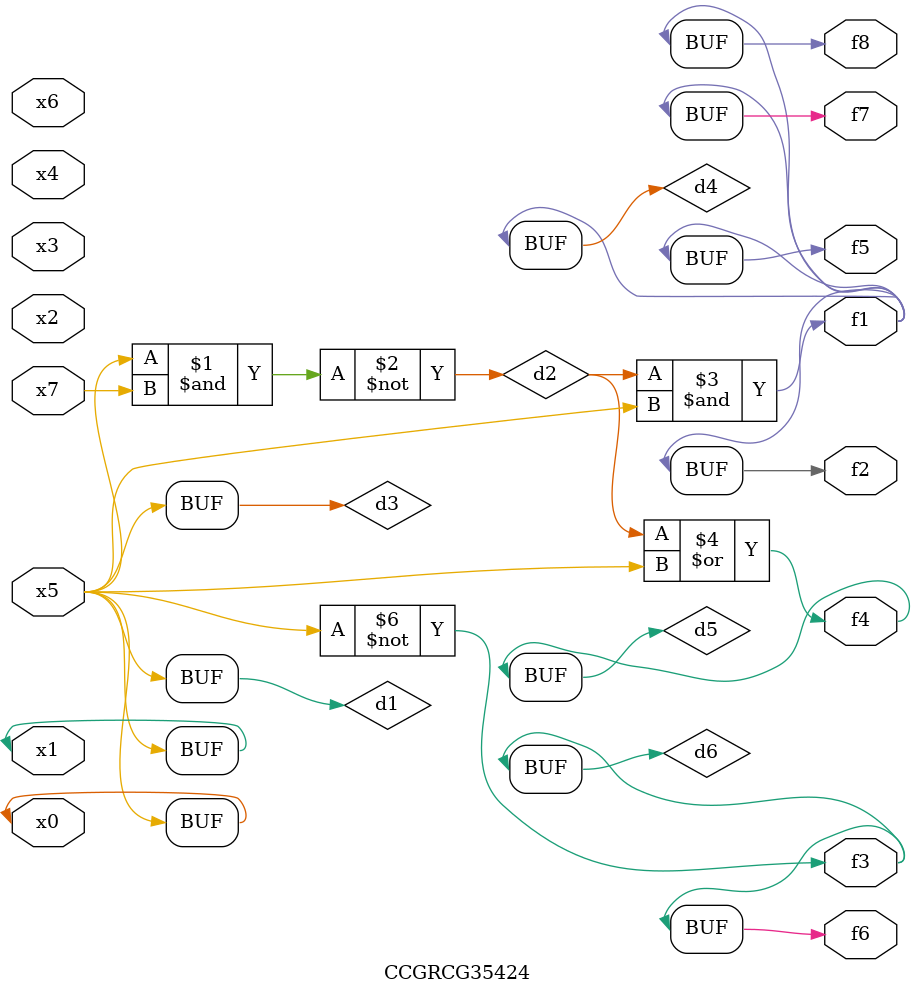
<source format=v>
module CCGRCG35424(
	input x0, x1, x2, x3, x4, x5, x6, x7,
	output f1, f2, f3, f4, f5, f6, f7, f8
);

	wire d1, d2, d3, d4, d5, d6;

	buf (d1, x0, x5);
	nand (d2, x5, x7);
	buf (d3, x0, x1);
	and (d4, d2, d3);
	or (d5, d2, d3);
	nor (d6, d1, d3);
	assign f1 = d4;
	assign f2 = d4;
	assign f3 = d6;
	assign f4 = d5;
	assign f5 = d4;
	assign f6 = d6;
	assign f7 = d4;
	assign f8 = d4;
endmodule

</source>
